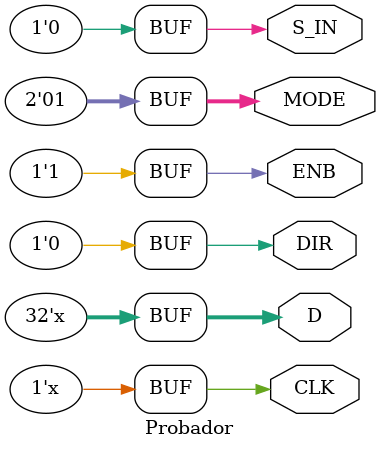
<source format=v>
module Probador (
		 output reg 	  CLK,
		 output reg 	  ENB,
		 output reg 	  DIR,
		 output reg 	  S_IN,
		 output reg [31:0] D,
		 output reg [1:0] MODE
		 );
		 
   initial
     begin
	#10 CLK = 1'b0;
	ENB = 1;	
	DIR = 0;
	S_IN = 1;
	// Prueba 5, inicialmente el registro se encuentra
	// indeterminado y se carga 0000 en paralelo
	D[31:0] = 32'd4294967293;
	// Demostración de funcionamiento del enable
	#10 MODE[1:0] = 2'b10;
	D[31:0] = 32'd293;	
	#4 D[31:0] = 32'd427293;
	#2 D[31:0] = 32'd42949;
	ENB = 0;
	#4 D[31:0] = 32'd4297293;
	#2 D[31:0] = 32'd967293;
	#40 ENB = 1;
	#100 MODE[1:0] = 2'b01;
	#60 MODE[1:0] = 2'b00;
	S_IN = 0;	
	#40 DIR = ~DIR;
	#40 MODE[1:0] = 2'b10;
	#50 MODE[1:0] = 2'b01;
	#50 DIR = ~DIR;
	
	
     end
   always
     begin
	#1 CLK = ~CLK;
	
     end
   //always 
   //  #25 ENB = ~ENB;
   //always //@ (posedge CLK)
   //  #30 MODE<= (MODE + 2'b01);
   always //@ (posedge CLK)
     #30 D <= (D + 32'd29293);
		 
endmodule

</source>
